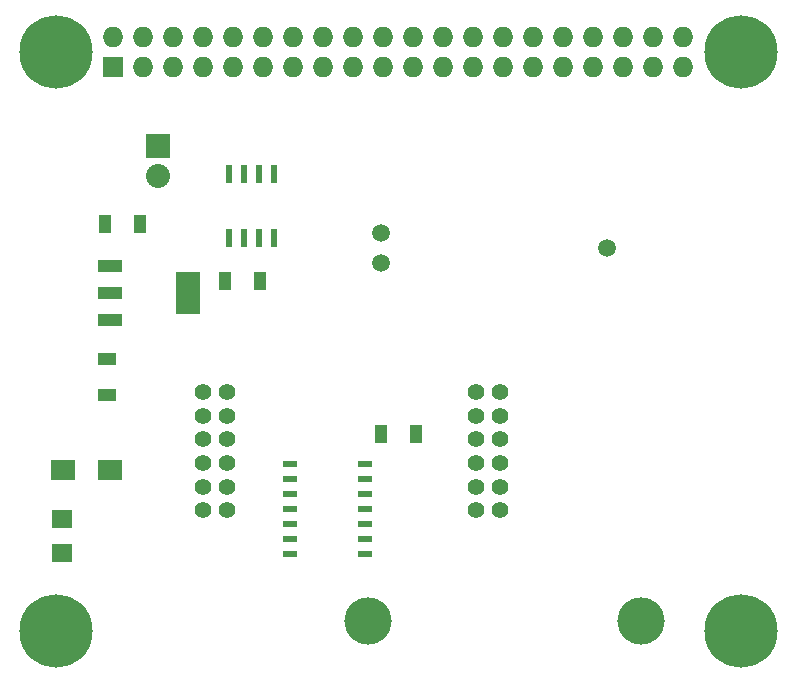
<source format=gbr>
G04 #@! TF.FileFunction,Soldermask,Top*
%FSLAX46Y46*%
G04 Gerber Fmt 4.6, Leading zero omitted, Abs format (unit mm)*
G04 Created by KiCad (PCBNEW 4.0.2-1.fc23-product) date Wed 30 Nov 2016 21:48:41 GMT*
%MOMM*%
G01*
G04 APERTURE LIST*
%ADD10C,0.100000*%
%ADD11R,1.727200X1.727200*%
%ADD12O,1.727200X1.727200*%
%ADD13C,6.200000*%
%ADD14R,1.000000X1.600000*%
%ADD15R,1.600000X1.000000*%
%ADD16R,2.032000X3.657600*%
%ADD17R,2.032000X1.016000*%
%ADD18R,1.143000X0.508000*%
%ADD19R,1.800860X1.597660*%
%ADD20C,1.400000*%
%ADD21C,4.000000*%
%ADD22R,2.000000X1.700000*%
%ADD23R,0.600000X1.550000*%
%ADD24C,1.500000*%
%ADD25R,2.032000X2.032000*%
%ADD26O,2.032000X2.032000*%
G04 APERTURE END LIST*
D10*
D11*
X103620000Y-52260000D03*
D12*
X103620000Y-49720000D03*
X106160000Y-52260000D03*
X106160000Y-49720000D03*
X108700000Y-52260000D03*
X108700000Y-49720000D03*
X111240000Y-52260000D03*
X111240000Y-49720000D03*
X113780000Y-52260000D03*
X113780000Y-49720000D03*
X116320000Y-52260000D03*
X116320000Y-49720000D03*
X118860000Y-52260000D03*
X118860000Y-49720000D03*
X121400000Y-52260000D03*
X121400000Y-49720000D03*
X123940000Y-52260000D03*
X123940000Y-49720000D03*
X126480000Y-52260000D03*
X126480000Y-49720000D03*
X129020000Y-52260000D03*
X129020000Y-49720000D03*
X131560000Y-52260000D03*
X131560000Y-49720000D03*
X134100000Y-52260000D03*
X134100000Y-49720000D03*
X136640000Y-52260000D03*
X136640000Y-49720000D03*
X139180000Y-52260000D03*
X139180000Y-49720000D03*
X141720000Y-52260000D03*
X141720000Y-49720000D03*
X144260000Y-52260000D03*
X144260000Y-49720000D03*
X146800000Y-52260000D03*
X146800000Y-49720000D03*
X149340000Y-52260000D03*
X149340000Y-49720000D03*
X151880000Y-52260000D03*
X151880000Y-49720000D03*
D13*
X156750000Y-50990000D03*
X156750000Y-99990000D03*
X98750000Y-99990000D03*
X98750000Y-50990000D03*
D14*
X102894000Y-65532000D03*
X105894000Y-65532000D03*
D15*
X103124000Y-76986000D03*
X103124000Y-79986000D03*
D16*
X109982000Y-71374000D03*
D17*
X103378000Y-71374000D03*
X103378000Y-73660000D03*
X103378000Y-69088000D03*
D18*
X118618000Y-85852000D03*
X118618000Y-87122000D03*
X118618000Y-88392000D03*
X118618000Y-89662000D03*
X118618000Y-90932000D03*
X118618000Y-92202000D03*
X118618000Y-93472000D03*
X124968000Y-93472000D03*
X124968000Y-92202000D03*
X124968000Y-89662000D03*
X124968000Y-88392000D03*
X124968000Y-87122000D03*
X124968000Y-85852000D03*
X124968000Y-90932000D03*
D14*
X126262000Y-83312000D03*
X129262000Y-83312000D03*
D19*
X99314000Y-90528140D03*
X99314000Y-93367860D03*
D20*
X111252000Y-79756000D03*
X113252000Y-79756000D03*
X111252000Y-81756000D03*
X113252000Y-81756000D03*
X111252000Y-83756000D03*
X113252000Y-83756000D03*
X111252000Y-85756000D03*
X113252000Y-85756000D03*
X111252000Y-87756000D03*
X113252000Y-87756000D03*
X111252000Y-89756000D03*
X113252000Y-89756000D03*
D21*
X125232000Y-99106000D03*
D20*
X134366000Y-79756000D03*
X136366000Y-79756000D03*
X134366000Y-81756000D03*
X136366000Y-81756000D03*
X134366000Y-83756000D03*
X136366000Y-83756000D03*
X134366000Y-85756000D03*
X136366000Y-85756000D03*
X134366000Y-87756000D03*
X136366000Y-87756000D03*
X134366000Y-89756000D03*
X136366000Y-89756000D03*
D21*
X148346000Y-99106000D03*
D22*
X103346000Y-86360000D03*
X99346000Y-86360000D03*
D14*
X113054000Y-70358000D03*
X116054000Y-70358000D03*
D23*
X113411000Y-66708000D03*
X114681000Y-66708000D03*
X115951000Y-66708000D03*
X117221000Y-66708000D03*
X117221000Y-61308000D03*
X115951000Y-61308000D03*
X114681000Y-61308000D03*
X113411000Y-61308000D03*
D24*
X145440000Y-67564000D03*
X126340000Y-68834000D03*
X126340000Y-66294000D03*
D25*
X107442000Y-58928000D03*
D26*
X107442000Y-61468000D03*
M02*

</source>
